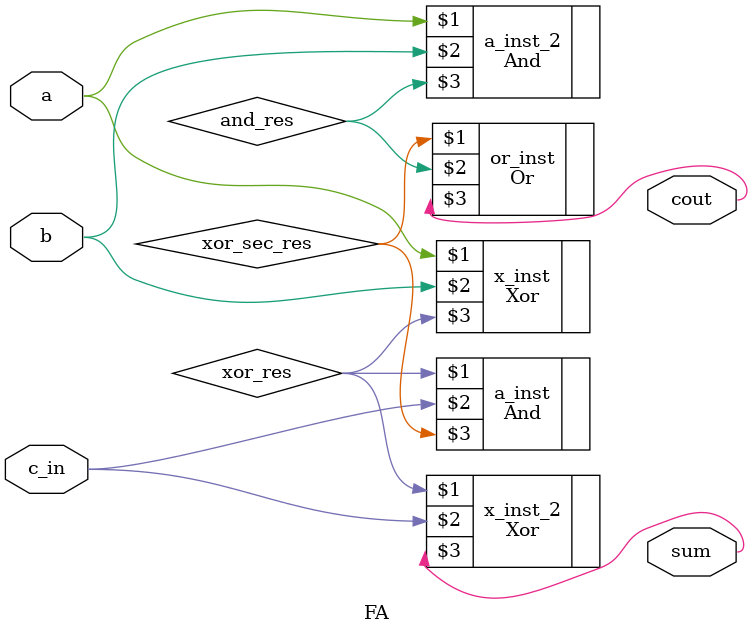
<source format=v>
module FA (input wire a, input wire b, input wire c_in, output wire sum, output wire cout);
    // declare wires
    wire and_res;
    wire xor_res;
    wire xor_sec_res;
    
    // xors for calculating sum value
    Xor x_inst(a, b, xor_res);
    Xor x_inst_2(xor_res, c_in, sum);
    
    // modules for calculating cout
    And a_inst(xor_res, c_in, xor_sec_res);
    And a_inst_2(a, b, and_res);
    Or or_inst(xor_sec_res, and_res, cout);
endmodule
</source>
